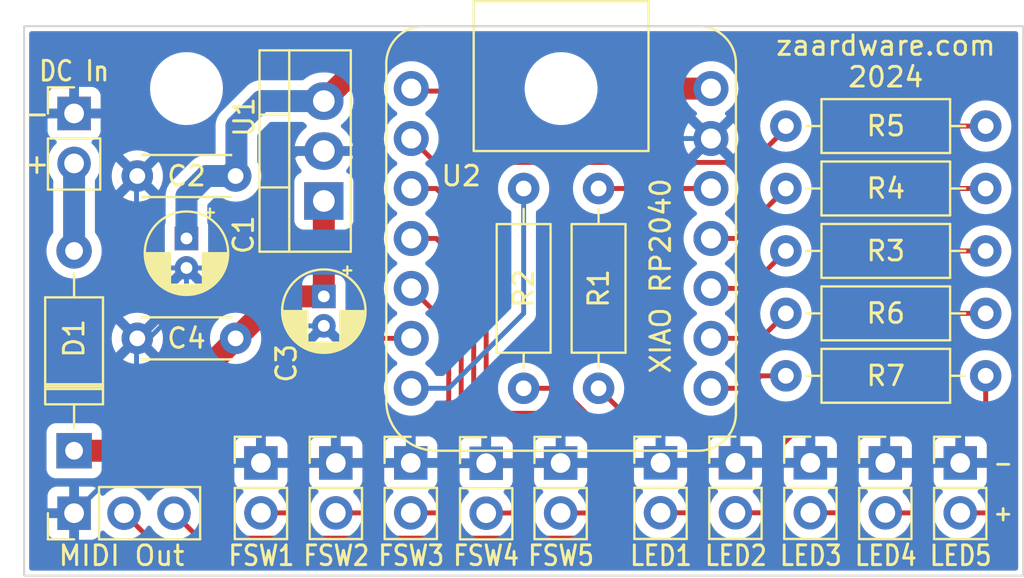
<source format=kicad_pcb>
(kicad_pcb (version 20221018) (generator pcbnew)
  (layers (0 "F.Cu" signal) (31 "B.Cu" signal) (34 "B.Paste" user) (35 "F.Paste" user) (36 "B.SilkS" user "B.Silkscreen") (37 "F.SilkS" user "F.Silkscreen") (38 "B.Mask" user) (39 "F.Mask" user) (44 "Edge.Cuts" user))
  (net 0 "")
  (net 1 "Net-(D1-K)")
  (net 2 "Net-(D1-A)")
  (net 3 "Net-(J2-Pin_2)")
  (net 4 "Net-(J3-Pin_2)")
  (net 5 "Net-(U2-3V3)")
  (net 6 "Net-(U2-TX)")
  (net 7 "Net-(U2-D0)")
  (net 8 "Net-(J4-Pin_2)")
  (net 9 "Net-(J5-Pin_2)")
  (net 10 "Net-(J6-Pin_2)")
  (net 11 "Net-(J7-Pin_2)")
  (net 12 "Net-(J8-Pin_2)")
  (net 13 "Net-(J4-Pin_3)")
  (net 14 "Net-(J9-Pin_2)")
  (net 15 "Net-(J10-Pin_2)")
  (net 16 "Net-(J11-Pin_2)")
  (net 17 "Net-(J12-Pin_2)")
  (net 18 "Net-(U2-D9)")
  (net 19 "Net-(U2-D10)")
  (net 20 "Net-(U2-D8)")
  (net 21 "Net-(U2-RX)")
  (net 22 "/5V")
  (net 23 "/0V")
  (footprint "Connector_PinHeader_2.54mm:PinHeader_1x02_P2.54mm_Vertical" (layer "F.Cu") (at 104.14 80.64)
    (fp_text reference "J1" hide)
    (fp_text value "9V In")
    (pad "1" thru_hole rect (at 0 0) (size 1.7 1.7) (drill 1) (layers "*.Cu" "*.Mask") (net 23 "/0V"))
    (pad "2" thru_hole oval (at 0 2.54) (size 1.7 1.7) (drill 1) (layers "*.Cu" "*.Mask") (net 2 "Net-(D1-A)"))
  )
  (footprint "Connector_PinHeader_2.54mm:PinHeader_1x02_P2.54mm_Vertical" (layer "F.Cu") (at 117.45 98.41)
    (fp_text reference "J2" hide)
    (fp_text value "FSW2")
    (pad "1" thru_hole rect (at 0 0) (size 1.7 1.7) (drill 1) (layers "*.Cu" "*.Mask") (net 23 "/0V"))
    (pad "2" thru_hole oval (at 0 2.54) (size 1.7 1.7) (drill 1) (layers "*.Cu" "*.Mask") (net 3 "Net-(J2-Pin_2)"))
  )
  (footprint "Capacitor_THT:CP_Radial_D4.0mm_P1.50mm" (layer "F.Cu") (at 109.855 86.995 -90)
    (fp_text reference "C1" (at -0.187438 -2.901892 -90) (layer "F.SilkS"))
    (fp_text value "C")
    (pad "1" thru_hole rect (at 0 0 270) (size 1.2 1.2) (drill 0.6) (layers "*.Cu" "*.Mask") (net 22 "/5V"))
    (pad "2" thru_hole circle (at 1.5 0 270) (size 1.2 1.2) (drill 0.6) (layers "*.Cu" "*.Mask") (net 23 "/0V"))
  )
  (footprint "Connector_PinHeader_2.54mm:PinHeader_1x02_P2.54mm_Vertical" (layer "F.Cu") (at 133.96 98.405)
    (fp_text reference "J6" hide)
    (fp_text value "LED1")
    (pad "1" thru_hole rect (at 0 0) (size 1.7 1.7) (drill 1) (layers "*.Cu" "*.Mask") (net 23 "/0V"))
    (pad "2" thru_hole oval (at 0 2.54) (size 1.7 1.7) (drill 1) (layers "*.Cu" "*.Mask") (net 10 "Net-(J6-Pin_2)"))
  )
  (footprint "Capacitor_THT:C_Disc_D4.3mm_W1.9mm_P5.00mm" (layer "F.Cu") (at 112.355 83.82 180)
    (fp_text reference "C2" (at 2.5 0 180) (layer "F.SilkS"))
    (fp_text value "C")
    (pad "1" thru_hole circle (at 0 0 180) (size 1.6 1.6) (drill 0.8) (layers "*.Cu" "*.Mask") (net 22 "/5V"))
    (pad "2" thru_hole circle (at 5 0 180) (size 1.6 1.6) (drill 0.8) (layers "*.Cu" "*.Mask") (net 23 "/0V"))
  )
  (footprint "Connector_PinHeader_2.54mm:PinHeader_1x03_P2.54mm_Vertical" (layer "F.Cu") (at 104.14 100.965 90)
    (fp_text reference "J4" hide)
    (fp_text value "MIDI Out")
    (pad "1" thru_hole rect (at 0 0 90) (size 1.7 1.7) (drill 1) (layers "*.Cu" "*.Mask") (net 23 "/0V"))
    (pad "2" thru_hole oval (at 0 2.54 90) (size 1.7 1.7) (drill 1) (layers "*.Cu" "*.Mask") (net 8 "Net-(J4-Pin_2)"))
    (pad "3" thru_hole oval (at 0 5.08 90) (size 1.7 1.7) (drill 1) (layers "*.Cu" "*.Mask") (net 13 "Net-(J4-Pin_3)"))
  )
  (footprint "MountingHole:MountingHole_3.2mm_M3" (layer "F.Cu") (at 128.905 79.375)
    (fp_text reference "REF**" hide)
    (fp_text value "MountingHole_3.2mm_M3")
    (pad "" np_thru_hole circle (at 0 0) (size 3.2 3.2) (drill 3.2) (layers "*.Cu" "*.Mask"))
  )
  (footprint "Resistor_THT:R_Axial_DIN0207_L6.3mm_D2.5mm_P10.16mm_Horizontal" (layer "F.Cu") (at 150.495 87.63 180)
    (fp_text reference "R3" (at 5.08 0 180) (layer "F.SilkS"))
    (fp_text value "470")
    (pad "1" thru_hole circle (at 0 0 180) (size 1.6 1.6) (drill 0.8) (layers "*.Cu" "*.Mask") (net 12 "Net-(J8-Pin_2)"))
    (pad "2" thru_hole oval (at 10.16 0 180) (size 1.6 1.6) (drill 0.8) (layers "*.Cu" "*.Mask") (net 18 "Net-(U2-D9)"))
  )
  (footprint "Package_TO_SOT_THT:TO-220-3_Vertical" (layer "F.Cu") (at 116.84 85.09 90)
    (fp_text reference "U1" (at 4.266933 -4.047272 90) (layer "F.SilkS"))
    (fp_text value "LM78M05_TO220")
    (pad "1" thru_hole rect (at 0 0 90) (size 1.905 2) (drill 1.1) (layers "*.Cu" "*.Mask") (net 1 "Net-(D1-K)"))
    (pad "2" thru_hole oval (at 2.54 0 90) (size 1.905 2) (drill 1.1) (layers "*.Cu" "*.Mask") (net 23 "/0V"))
    (pad "3" thru_hole oval (at 5.08 0 90) (size 1.905 2) (drill 1.1) (layers "*.Cu" "*.Mask") (net 22 "/5V"))
  )
  (footprint "Connector_PinHeader_2.54mm:PinHeader_1x02_P2.54mm_Vertical" (layer "F.Cu") (at 113.64 98.41)
    (fp_text reference "J5" hide)
    (fp_text value "FSW1")
    (pad "1" thru_hole rect (at 0 0) (size 1.7 1.7) (drill 1) (layers "*.Cu" "*.Mask") (net 23 "/0V"))
    (pad "2" thru_hole oval (at 0 2.54) (size 1.7 1.7) (drill 1) (layers "*.Cu" "*.Mask") (net 9 "Net-(J5-Pin_2)"))
  )
  (footprint "Connector_PinHeader_2.54mm:PinHeader_1x02_P2.54mm_Vertical" (layer "F.Cu") (at 137.77 98.405)
    (fp_text reference "J7" hide)
    (fp_text value "LED2")
    (pad "1" thru_hole rect (at 0 0) (size 1.7 1.7) (drill 1) (layers "*.Cu" "*.Mask") (net 23 "/0V"))
    (pad "2" thru_hole oval (at 0 2.54) (size 1.7 1.7) (drill 1) (layers "*.Cu" "*.Mask") (net 11 "Net-(J7-Pin_2)"))
  )
  (footprint "Diode_THT:D_A-405_P10.16mm_Horizontal" (layer "F.Cu") (at 104.14 97.79 90)
    (fp_text reference "D1" (at 5.715 0 90) (layer "F.SilkS"))
    (fp_text value "D")
    (pad "1" thru_hole rect (at 0 0 90) (size 1.8 1.8) (drill 0.9) (layers "*.Cu" "*.Mask") (net 1 "Net-(D1-K)"))
    (pad "2" thru_hole oval (at 10.16 0 90) (size 1.8 1.8) (drill 0.9) (layers "*.Cu" "*.Mask") (net 2 "Net-(D1-A)"))
  )
  (footprint "Library:XIAO" (layer "F.Cu") (at 121.285 79.375)
    (fp_text reference "U2" (at 2.54 4.445 unlocked) (layer "F.SilkS"))
    (fp_text value "~" hide)
    (fp_text user "XIAO RP2040" (at 13.265 14.575 90 unlocked) (layer "F.SilkS") (effects (font (thickness 0.15) bold) (justify left bottom)))
    (pad "1" thru_hole circle (at 0 0) (size 1.778 1.778) (drill 1.016) (layers "*.Cu" "*.Mask") (net 7 "Net-(U2-D0)"))
    (pad "2" thru_hole circle (at 0 2.54) (size 1.778 1.778) (drill 1.016) (layers "*.Cu" "*.Mask") (net 15 "Net-(J10-Pin_2)"))
    (pad "3" thru_hole circle (at 0 5.08) (size 1.778 1.778) (drill 1.016) (layers "*.Cu" "*.Mask") (net 14 "Net-(J9-Pin_2)"))
    (pad "4" thru_hole circle (at 0 7.62) (size 1.778 1.778) (drill 1.016) (layers "*.Cu" "*.Mask") (net 4 "Net-(J3-Pin_2)"))
    (pad "5" thru_hole circle (at 0 10.16) (size 1.778 1.778) (drill 1.016) (layers "*.Cu" "*.Mask") (net 3 "Net-(J2-Pin_2)"))
    (pad "6" thru_hole circle (at 0 12.7) (size 1.778 1.778) (drill 1.016) (layers "*.Cu" "*.Mask") (net 9 "Net-(J5-Pin_2)"))
    (pad "7" thru_hole circle (at 0 15.24) (size 1.778 1.778) (drill 1.016) (layers "*.Cu" "*.Mask") (net 6 "Net-(U2-TX)"))
    (pad "8" thru_hole circle (at 15.24 15.24) (size 1.778 1.778) (drill 1.016) (layers "*.Cu" "*.Mask") (net 21 "Net-(U2-RX)"))
    (pad "9" thru_hole circle (at 15.24 12.7) (size 1.778 1.778) (drill 1.016) (layers "*.Cu" "*.Mask") (net 20 "Net-(U2-D8)"))
    (pad "10" thru_hole circle (at 15.24 10.16) (size 1.778 1.778) (drill 1.016) (layers "*.Cu" "*.Mask") (net 18 "Net-(U2-D9)"))
    (pad "11" thru_hole circle (at 15.24 7.62) (size 1.778 1.778) (drill 1.016) (layers "*.Cu" "*.Mask") (net 19 "Net-(U2-D10)"))
    (pad "12" thru_hole circle (at 15.24 5.08) (size 1.778 1.778) (drill 1.016) (layers "*.Cu" "*.Mask") (net 5 "Net-(U2-3V3)"))
    (pad "13" thru_hole circle (at 15.24 2.54) (size 1.778 1.778) (drill 1.016) (layers "*.Cu" "*.Mask") (net 23 "/0V"))
    (pad "14" thru_hole circle (at 15.24 0) (size 1.778 1.778) (drill 1.016) (layers "*.Cu" "*.Mask") (net 22 "/5V"))
  )
  (footprint "MountingHole:MountingHole_3.2mm_M3" (layer "F.Cu") (at 109.855 79.375)
    (fp_text reference "REF**" hide)
    (fp_text value "MountingHole_3.2mm_M3")
    (pad "" np_thru_hole circle (at 0 0) (size 3.2 3.2) (drill 3.2) (layers "*.Cu" "*.Mask"))
  )
  (footprint "Resistor_THT:R_Axial_DIN0207_L6.3mm_D2.5mm_P10.16mm_Horizontal" (layer "F.Cu") (at 127 84.455 -90)
    (fp_text reference "R2" (at 5.08 0 -90) (layer "F.SilkS"))
    (fp_text value "10R 0.25W")
    (pad "1" thru_hole circle (at 0 0 270) (size 1.6 1.6) (drill 0.8) (layers "*.Cu" "*.Mask") (net 6 "Net-(U2-TX)"))
    (pad "2" thru_hole oval (at 10.16 0 270) (size 1.6 1.6) (drill 0.8) (layers "*.Cu" "*.Mask") (net 13 "Net-(J4-Pin_3)"))
  )
  (footprint "Capacitor_THT:CP_Radial_D4.0mm_P1.50mm" (layer "F.Cu") (at 116.84 89.94 -90)
    (fp_text reference "C3" (at 3.405 1.905 -90) (layer "F.SilkS"))
    (fp_text value "C")
    (pad "1" thru_hole rect (at 0 0 270) (size 1.2 1.2) (drill 0.6) (layers "*.Cu" "*.Mask") (net 1 "Net-(D1-K)"))
    (pad "2" thru_hole circle (at 1.5 0 270) (size 1.2 1.2) (drill 0.6) (layers "*.Cu" "*.Mask") (net 23 "/0V"))
  )
  (footprint "Connector_PinHeader_2.54mm:PinHeader_1x02_P2.54mm_Vertical" (layer "F.Cu") (at 125.095 98.425)
    (fp_text reference "J9" hide)
    (fp_text value "FSW4")
    (pad "1" thru_hole rect (at 0 0) (size 1.7 1.7) (drill 1) (layers "*.Cu" "*.Mask") (net 23 "/0V"))
    (pad "2" thru_hole oval (at 0 2.54) (size 1.7 1.7) (drill 1) (layers "*.Cu" "*.Mask") (net 14 "Net-(J9-Pin_2)"))
  )
  (footprint "Resistor_THT:R_Axial_DIN0207_L6.3mm_D2.5mm_P10.16mm_Horizontal" (layer "F.Cu") (at 150.495 84.455 180)
    (fp_text reference "R4" (at 5.08 0 180) (layer "F.SilkS"))
    (fp_text value "470")
    (pad "1" thru_hole circle (at 0 0 180) (size 1.6 1.6) (drill 0.8) (layers "*.Cu" "*.Mask") (net 11 "Net-(J7-Pin_2)"))
    (pad "2" thru_hole oval (at 10.16 0 180) (size 1.6 1.6) (drill 0.8) (layers "*.Cu" "*.Mask") (net 19 "Net-(U2-D10)"))
  )
  (footprint "Connector_PinHeader_2.54mm:PinHeader_1x02_P2.54mm_Vertical" (layer "F.Cu") (at 149.2 98.41)
    (fp_text reference "J12" hide)
    (fp_text value "LED5")
    (pad "1" thru_hole rect (at 0 0) (size 1.7 1.7) (drill 1) (layers "*.Cu" "*.Mask") (net 23 "/0V"))
    (pad "2" thru_hole oval (at 0 2.54) (size 1.7 1.7) (drill 1) (layers "*.Cu" "*.Mask") (net 17 "Net-(J12-Pin_2)"))
  )
  (footprint "Resistor_THT:R_Axial_DIN0207_L6.3mm_D2.5mm_P10.16mm_Horizontal" (layer "F.Cu") (at 150.495 93.98 180)
    (fp_text reference "R7" (at 5.08 0 180) (layer "F.SilkS"))
    (fp_text value "470")
    (pad "1" thru_hole circle (at 0 0 180) (size 1.6 1.6) (drill 0.8) (layers "*.Cu" "*.Mask") (net 17 "Net-(J12-Pin_2)"))
    (pad "2" thru_hole oval (at 10.16 0 180) (size 1.6 1.6) (drill 0.8) (layers "*.Cu" "*.Mask") (net 21 "Net-(U2-RX)"))
  )
  (footprint "Resistor_THT:R_Axial_DIN0207_L6.3mm_D2.5mm_P10.16mm_Horizontal" (layer "F.Cu") (at 130.81 84.455 -90)
    (fp_text reference "R1" (at 5.08 0 -90) (layer "F.SilkS"))
    (fp_text value "33R 0.5W")
    (pad "1" thru_hole circle (at 0 0 270) (size 1.6 1.6) (drill 0.8) (layers "*.Cu" "*.Mask") (net 5 "Net-(U2-3V3)"))
    (pad "2" thru_hole oval (at 10.16 0 270) (size 1.6 1.6) (drill 0.8) (layers "*.Cu" "*.Mask") (net 8 "Net-(J4-Pin_2)"))
  )
  (footprint "Connector_PinHeader_2.54mm:PinHeader_1x02_P2.54mm_Vertical" (layer "F.Cu") (at 128.88 98.415)
    (fp_text reference "J10" hide)
    (fp_text value "FSW5")
    (pad "1" thru_hole rect (at 0 0) (size 1.7 1.7) (drill 1) (layers "*.Cu" "*.Mask") (net 23 "/0V"))
    (pad "2" thru_hole oval (at 0 2.54) (size 1.7 1.7) (drill 1) (layers "*.Cu" "*.Mask") (net 15 "Net-(J10-Pin_2)"))
  )
  (footprint "Capacitor_THT:C_Disc_D4.3mm_W1.9mm_P5.00mm" (layer "F.Cu") (at 112.355 92.075 180)
    (fp_text reference "C4" (at 2.5 0 180) (layer "F.SilkS"))
    (fp_text value "C")
    (pad "1" thru_hole circle (at 0 0 180) (size 1.6 1.6) (drill 0.8) (layers "*.Cu" "*.Mask") (net 1 "Net-(D1-K)"))
    (pad "2" thru_hole circle (at 5 0 180) (size 1.6 1.6) (drill 0.8) (layers "*.Cu" "*.Mask") (net 23 "/0V"))
  )
  (footprint "Resistor_THT:R_Axial_DIN0207_L6.3mm_D2.5mm_P10.16mm_Horizontal" (layer "F.Cu") (at 150.495 90.805 180)
    (fp_text reference "R6" (at 5.08 0 180) (layer "F.SilkS"))
    (fp_text value "470")
    (pad "1" thru_hole circle (at 0 0 180) (size 1.6 1.6) (drill 0.8) (layers "*.Cu" "*.Mask") (net 16 "Net-(J11-Pin_2)"))
    (pad "2" thru_hole oval (at 10.16 0 180) (size 1.6 1.6) (drill 0.8) (layers "*.Cu" "*.Mask") (net 20 "Net-(U2-D8)"))
  )
  (footprint "Connector_PinHeader_2.54mm:PinHeader_1x02_P2.54mm_Vertical" (layer "F.Cu") (at 141.58 98.405)
    (fp_text reference "J8" hide)
    (fp_text value "LED3")
    (pad "1" thru_hole rect (at 0 0) (size 1.7 1.7) (drill 1) (layers "*.Cu" "*.Mask") (net 23 "/0V"))
    (pad "2" thru_hole oval (at 0 2.54) (size 1.7 1.7) (drill 1) (layers "*.Cu" "*.Mask") (net 12 "Net-(J8-Pin_2)"))
  )
  (footprint "Resistor_THT:R_Axial_DIN0207_L6.3mm_D2.5mm_P10.16mm_Horizontal" (layer "F.Cu") (at 150.495 81.28 180)
    (fp_text reference "R5" (at 5.08 0 180) (layer "F.SilkS"))
    (fp_text value "470")
    (pad "1" thru_hole circle (at 0 0 180) (size 1.6 1.6) (drill 0.8) (layers "*.Cu" "*.Mask") (net 10 "Net-(J6-Pin_2)"))
    (pad "2" thru_hole oval (at 10.16 0 180) (size 1.6 1.6) (drill 0.8) (layers "*.Cu" "*.Mask") (net 7 "Net-(U2-D0)"))
  )
  (footprint "Connector_PinHeader_2.54mm:PinHeader_1x02_P2.54mm_Vertical" (layer "F.Cu") (at 121.26 98.41)
    (fp_text reference "J3" hide)
    (fp_text value "FSW3")
    (pad "1" thru_hole rect (at 0 0) (size 1.7 1.7) (drill 1) (layers "*.Cu" "*.Mask") (net 23 "/0V"))
    (pad "2" thru_hole oval (at 0 2.54) (size 1.7 1.7) (drill 1) (layers "*.Cu" "*.Mask") (net 4 "Net-(J3-Pin_2)"))
  )
  (footprint "Connector_PinHeader_2.54mm:PinHeader_1x02_P2.54mm_Vertical" (layer "F.Cu") (at 145.39 98.41)
    (fp_text reference "J11" hide)
    (fp_text value "LED4")
    (pad "1" thru_hole rect (at 0 0) (size 1.7 1.7) (drill 1) (layers "*.Cu" "*.Mask") (net 23 "/0V"))
    (pad "2" thru_hole oval (at 0 2.54) (size 1.7 1.7) (drill 1) (layers "*.Cu" "*.Mask") (net 16 "Net-(J11-Pin_2)"))
  )
  (gr_rect (start 101.6 76.2) (end 152.4 104.14) (stroke (width 0.1)) (fill none) (layer "Edge.Cuts"))
  (gr_text "+" (at 102.25 83.188013) (layer "F.SilkS") (effects (font (size 1 1))))
  (gr_text "FSW4" (at 125.095 103.124) (layer "F.SilkS") (effects (font (size 1 0.85) (thickness 0.15) bold)))
  (gr_text "zaardware.com\n2024" (at 145.415 79.375) (layer "F.SilkS") (effects (font (size 1 1)) (justify bottom)))
  (gr_text "-" (at 102.25 80.639404) (layer "F.SilkS") (effects (font (size 1 1))))
  (gr_text "DC In" (at 104.14 78.486) (layer "F.SilkS") (effects (font (size 1 0.85) (thickness 0.15) bold)))
  (gr_text "FSW3" (at 121.285 103.124) (layer "F.SilkS") (effects (font (size 1 0.85) (thickness 0.15) bold)))
  (gr_text "LED2" (at 137.795 103.124) (layer "F.SilkS") (effects (font (size 1 0.85) (thickness 0.15) bold)))
  (gr_text "LED1" (at 133.985 103.124) (layer "F.SilkS") (effects (font (size 1 0.85) (thickness 0.15) bold)))
  (gr_text "LED4" (at 145.415 103.124) (layer "F.SilkS") (effects (font (size 1 0.85) (thickness 0.15) bold)))
  (gr_text "FSW2" (at 117.475 103.124) (layer "F.SilkS") (effects (font (size 1 0.85) (thickness 0.15) bold)))
  (gr_text "+" (at 151.384 100.965) (layer "F.SilkS") (effects (font (size 0.762 0.762) (thickness 0.1397) bold)))
  (gr_text "LED5" (at 149.225 103.124) (layer "F.SilkS") (effects (font (size 1 0.85) (thickness 0.15) bold)))
  (gr_text "-" (at 151.384 98.425) (layer "F.SilkS") (effects (font (size 0.762 0.762) (thickness 0.1397) bold)))
  (gr_text "MIDI Out" (at 106.553 103.124) (layer "F.SilkS") (effects (font (size 1 1) (thickness 0.15) bold)))
  (gr_text "FSW5" (at 128.905 103.124) (layer "F.SilkS") (effects (font (size 1 0.85) (thickness 0.15) bold)))
  (gr_text "LED3" (at 141.605 103.124) (layer "F.SilkS") (effects (font (size 1 0.85) (thickness 0.15) bold)))
  (gr_text "FSW1" (at 113.665 103.124) (layer "F.SilkS") (effects (font (size 1 0.85) (thickness 0.15) bold)))
  (segment (start 116.84 89.94) (end 116.84 85.09) (width 1.1176) (layer "F.Cu") (net 1))
  (segment (start 106.68 97.79) (end 104.14 97.79) (width 1.1176) (layer "F.Cu") (net 1))
  (segment (start 116.84 89.94) (end 114.53 89.94) (width 1.1176) (layer "F.Cu") (net 1))
  (segment (start 114.53 89.94) (end 106.68 97.79) (width 1.1176) (layer "F.Cu") (net 1))
  (segment (start 104.14 83.18) (end 104.14 87.63) (width 1.1176) (layer "B.Cu") (net 2))
  (segment (start 120.015 96.52) (end 121.92 96.52) (width 0.25) (layer "F.Cu") (net 3))
  (segment (start 121.92 96.52) (end 123.19 95.25) (width 0.25) (layer "F.Cu") (net 3))
  (segment (start 117.45 100.95) (end 118.76 100.95) (width 0.25) (layer "F.Cu") (net 3))
  (segment (start 123.19 95.25) (end 123.19 91.44) (width 0.25) (layer "F.Cu") (net 3))
  (segment (start 118.76 100.95) (end 119.38 100.33) (width 0.25) (layer "F.Cu") (net 3))
  (segment (start 119.38 97.155) (end 120.015 96.52) (width 0.25) (layer "F.Cu") (net 3))
  (segment (start 123.19 91.44) (end 121.285 89.535) (width 0.25) (layer "F.Cu") (net 3))
  (segment (start 119.38 100.33) (end 119.38 97.155) (width 0.25) (layer "F.Cu") (net 3))
  (segment (start 123.19 97.155) (end 123.825 96.52) (width 0.25) (layer "F.Cu") (net 4))
  (segment (start 121.26 100.95) (end 122.57 100.95) (width 0.25) (layer "F.Cu") (net 4))
  (segment (start 123.825 88.265) (end 122.555 86.995) (width 0.25) (layer "F.Cu") (net 4))
  (segment (start 123.825 96.52) (end 123.825 88.265) (width 0.25) (layer "F.Cu") (net 4))
  (segment (start 122.555 86.995) (end 121.285 86.995) (width 0.25) (layer "F.Cu") (net 4))
  (segment (start 123.19 100.33) (end 123.19 97.155) (width 0.25) (layer "F.Cu") (net 4))
  (segment (start 122.57 100.95) (end 123.19 100.33) (width 0.25) (layer "F.Cu") (net 4))
  (segment (start 130.81 84.455) (end 136.525 84.455) (width 0.25) (layer "F.Cu") (net 5))
  (segment (start 127 90.805) (end 127 84.455) (width 0.25) (layer "B.Cu") (net 6))
  (segment (start 123.19 94.615) (end 127 90.805) (width 0.25) (layer "B.Cu") (net 6))
  (segment (start 121.285 94.615) (end 123.19 94.615) (width 0.25) (layer "B.Cu") (net 6))
  (segment (start 124.531 83.129) (end 123.444 82.042) (width 0.25) (layer "F.Cu") (net 7))
  (segment (start 140.462 81.28) (end 138.613 83.129) (width 0.25) (layer "F.Cu") (net 7))
  (segment (start 140.335 81.28) (end 140.462 81.28) (width 0.25) (layer "F.Cu") (net 7))
  (segment (start 138.613 83.129) (end 124.531 83.129) (width 0.25) (layer "F.Cu") (net 7))
  (segment (start 123.444 82.042) (end 123.444 80.01) (width 0.25) (layer "F.Cu") (net 7))
  (segment (start 123.444 80.01) (end 122.936 79.502) (width 0.25) (layer "F.Cu") (net 7))
  (segment (start 122.936 79.502) (end 121.158 79.502) (width 0.25) (layer "F.Cu") (net 7))
  (segment (start 108.585 102.87) (end 130.81 102.87) (width 0.25) (layer "F.Cu") (net 8))
  (segment (start 132.08 101.6) (end 132.08 95.885) (width 0.25) (layer "F.Cu") (net 8))
  (segment (start 130.81 102.87) (end 132.08 101.6) (width 0.25) (layer "F.Cu") (net 8))
  (segment (start 132.08 95.885) (end 130.81 94.615) (width 0.25) (layer "F.Cu") (net 8))
  (segment (start 106.68 100.965) (end 108.585 102.87) (width 0.25) (layer "F.Cu") (net 8))
  (segment (start 115.57 95.885) (end 119.38 92.075) (width 0.25) (layer "F.Cu") (net 9))
  (segment (start 115.57 100.33) (end 115.57 95.885) (width 0.25) (layer "F.Cu") (net 9))
  (segment (start 114.95 100.95) (end 115.57 100.33) (width 0.25) (layer "F.Cu") (net 9))
  (segment (start 119.38 92.075) (end 121.285 92.075) (width 0.25) (layer "F.Cu") (net 9))
  (segment (start 113.64 100.95) (end 114.95 100.95) (width 0.25) (layer "F.Cu") (net 9))
  (segment (start 135.275 100.945) (end 135.89 100.33) (width 0.25) (layer "F.Cu") (net 10))
  (segment (start 136.525 96.52) (end 137.16 96.52) (width 0.25) (layer "F.Cu") (net 10))
  (segment (start 137.795 95.885) (end 140.97 95.885) (width 0.25) (layer "F.Cu") (net 10))
  (segment (start 137.16 96.52) (end 137.795 95.885) (width 0.25) (layer "F.Cu") (net 10))
  (segment (start 135.89 100.33) (end 135.89 97.155) (width 0.25) (layer "F.Cu") (net 10))
  (segment (start 142.875 83.185) (end 144.78 81.28) (width 0.25) (layer "F.Cu") (net 10))
  (segment (start 142.875 93.98) (end 142.875 83.185) (width 0.25) (layer "F.Cu") (net 10))
  (segment (start 140.97 95.885) (end 142.875 93.98) (width 0.25) (layer "F.Cu") (net 10))
  (segment (start 135.89 97.155) (end 136.525 96.52) (width 0.25) (layer "F.Cu") (net 10))
  (segment (start 133.96 100.945) (end 135.275 100.945) (width 0.25) (layer "F.Cu") (net 10))
  (segment (start 144.78 81.28) (end 150.495 81.28) (width 0.25) (layer "F.Cu") (net 10))
  (segment (start 144.145 86.36) (end 146.05 84.455) (width 0.25) (layer "F.Cu") (net 11))
  (segment (start 139.7 97.935) (end 141.115 96.52) (width 0.25) (layer "F.Cu") (net 11))
  (segment (start 141.605 96.52) (end 144.145 93.98) (width 0.25) (layer "F.Cu") (net 11))
  (segment (start 144.145 93.98) (end 144.145 86.36) (width 0.25) (layer "F.Cu") (net 11))
  (segment (start 146.05 84.455) (end 150.495 84.455) (width 0.25) (layer "F.Cu") (net 11))
  (segment (start 141.115 96.52) (end 141.605 96.52) (width 0.25) (layer "F.Cu") (net 11))
  (segment (start 139.7 100.33) (end 139.7 97.935) (width 0.25) (layer "F.Cu") (net 11))
  (segment (start 137.77 100.945) (end 139.085 100.945) (width 0.25) (layer "F.Cu") (net 11))
  (segment (start 139.085 100.945) (end 139.7 100.33) (width 0.25) (layer "F.Cu") (net 11))
  (segment (start 145.415 88.9) (end 146.685 87.63) (width 0.25) (layer "F.Cu") (net 12))
  (segment (start 146.685 87.63) (end 150.495 87.63) (width 0.25) (layer "F.Cu") (net 12))
  (segment (start 145.415 94.615) (end 145.415 88.9) (width 0.25) (layer "F.Cu") (net 12))
  (segment (start 143.51 96.52) (end 145.415 94.615) (width 0.25) (layer "F.Cu") (net 12))
  (segment (start 143.51 100.33) (end 143.51 96.52) (width 0.25) (layer "F.Cu") (net 12))
  (segment (start 142.895 100.945) (end 143.51 100.33) (width 0.25) (layer "F.Cu") (net 12))
  (segment (start 141.58 100.945) (end 142.895 100.945) (width 0.25) (layer "F.Cu") (net 12))
  (segment (start 131.445 100.965) (end 130.175 102.235) (width 0.25) (layer "F.Cu") (net 13))
  (segment (start 128.905 94.615) (end 131.445 97.155) (width 0.25) (layer "F.Cu") (net 13))
  (segment (start 131.445 97.155) (end 131.445 100.965) (width 0.25) (layer "F.Cu") (net 13))
  (segment (start 110.49 102.235) (end 109.22 100.965) (width 0.25) (layer "F.Cu") (net 13))
  (segment (start 130.175 102.235) (end 110.49 102.235) (width 0.25) (layer "F.Cu") (net 13))
  (segment (start 127 94.615) (end 128.905 94.615) (width 0.25) (layer "F.Cu") (net 13))
  (segment (start 124.46 95.885) (end 125.095 96.52) (width 0.25) (layer "F.Cu") (net 14))
  (segment (start 127 100.33) (end 126.375 100.955) (width 0.25) (layer "F.Cu") (net 14))
  (segment (start 126.375 100.955) (end 125.07 100.955) (width 0.25) (layer "F.Cu") (net 14))
  (segment (start 122.555 84.455) (end 124.46 86.36) (width 0.25) (layer "F.Cu") (net 14))
  (segment (start 121.285 84.455) (end 122.555 84.455) (width 0.25) (layer "F.Cu") (net 14))
  (segment (start 125.73 96.52) (end 127 97.79) (width 0.25) (layer "F.Cu") (net 14))
  (segment (start 127 97.79) (end 127 100.33) (width 0.25) (layer "F.Cu") (net 14))
  (segment (start 125.095 96.52) (end 125.73 96.52) (width 0.25) (layer "F.Cu") (net 14))
  (segment (start 124.46 86.36) (end 124.46 95.885) (width 0.25) (layer "F.Cu") (net 14))
  (segment (start 130.185 100.955) (end 130.81 100.33) (width 0.25) (layer "F.Cu") (net 15))
  (segment (start 125.095 85.725) (end 121.285 81.915) (width 0.25) (layer "F.Cu") (net 15))
  (segment (start 130.81 97.79) (end 128.905 95.885) (width 0.25) (layer "F.Cu") (net 15))
  (segment (start 125.73 95.885) (end 125.095 95.25) (width 0.25) (layer "F.Cu") (net 15))
  (segment (start 128.88 100.955) (end 130.185 100.955) (width 0.25) (layer "F.Cu") (net 15))
  (segment (start 128.905 95.885) (end 125.73 95.885) (width 0.25) (layer "F.Cu") (net 15))
  (segment (start 125.095 95.25) (end 125.095 85.725) (width 0.25) (layer "F.Cu") (net 15))
  (segment (start 130.81 100.33) (end 130.81 97.79) (width 0.25) (layer "F.Cu") (net 15))
  (segment (start 147.32 92.075) (end 148.59 90.805) (width 0.25) (layer "F.Cu") (net 16))
  (segment (start 147.32 100.33) (end 147.32 92.075) (width 0.25) (layer "F.Cu") (net 16))
  (segment (start 145.39 100.95) (end 146.7 100.95) (width 0.25) (layer "F.Cu") (net 16))
  (segment (start 146.7 100.95) (end 147.32 100.33) (width 0.25) (layer "F.Cu") (net 16))
  (segment (start 148.59 90.805) (end 150.495 90.805) (width 0.25) (layer "F.Cu") (net 16))
  (segment (start 149.2 100.95) (end 150.51 100.95) (width 0.25) (layer "F.Cu") (net 17))
  (segment (start 150.495 96.52) (end 150.495 93.98) (width 0.25) (layer "F.Cu") (net 17))
  (segment (start 151.13 97.155) (end 150.495 96.52) (width 0.25) (layer "F.Cu") (net 17))
  (segment (start 151.13 100.33) (end 151.13 97.155) (width 0.25) (layer "F.Cu") (net 17))
  (segment (start 150.51 100.95) (end 151.13 100.33) (width 0.25) (layer "F.Cu") (net 17))
  (segment (start 136.525 89.535) (end 138.43 89.535) (width 0.25) (layer "F.Cu") (net 18))
  (segment (start 138.43 89.535) (end 140.335 87.63) (width 0.25) (layer "F.Cu") (net 18))
  (segment (start 136.525 86.995) (end 137.795 86.995) (width 0.25) (layer "F.Cu") (net 19))
  (segment (start 137.795 86.995) (end 140.335 84.455) (width 0.25) (layer "F.Cu") (net 19))
  (segment (start 139.065 92.075) (end 140.335 90.805) (width 0.25) (layer "F.Cu") (net 20))
  (segment (start 136.525 92.075) (end 139.065 92.075) (width 0.25) (layer "F.Cu") (net 20))
  (segment (start 138.43 94.615) (end 139.065 93.98) (width 0.25) (layer "F.Cu") (net 21))
  (segment (start 136.525 94.615) (end 138.43 94.615) (width 0.25) (layer "F.Cu") (net 21))
  (segment (start 139.065 93.98) (end 140.335 93.98) (width 0.25) (layer "F.Cu") (net 21))
  (segment (start 131.826 82.042) (end 126.492 82.042) (width 1.1176) (layer "F.Cu") (net 22))
  (segment (start 126.492 82.042) (end 124.968 80.518) (width 1.1176) (layer "F.Cu") (net 22))
  (segment (start 124.968 80.518) (end 124.968 78.994) (width 1.1176) (layer "F.Cu") (net 22))
  (segment (start 123.19 77.216) (end 119.634 77.216) (width 1.1176) (layer "F.Cu") (net 22))
  (segment (start 124.968 78.994) (end 123.19 77.216) (width 1.1176) (layer "F.Cu") (net 22))
  (segment (start 136.525 79.375) (end 134.493 79.375) (width 1.1176) (layer "F.Cu") (net 22))
  (segment (start 119.634 77.216) (end 116.84 80.01) (width 1.1176) (layer "F.Cu") (net 22))
  (segment (start 134.493 79.375) (end 131.826 82.042) (width 1.1176) (layer "F.Cu") (net 22))
  (segment (start 112.355 83.82) (end 110.871 83.82) (width 1.1176) (layer "B.Cu") (net 22))
  (segment (start 109.855 84.836) (end 110.871 83.82) (width 1.1176) (layer "B.Cu") (net 22))
  (segment (start 112.395 81.28) (end 112.395 83.82) (width 1.1176) (layer "B.Cu") (net 22))
  (segment (start 109.855 86.995) (end 109.855 84.836) (width 1.1176) (layer "B.Cu") (net 22))
  (segment (start 113.665 80.01) (end 112.395 81.28) (width 1.1176) (layer "B.Cu") (net 22))
  (segment (start 116.84 80.01) (end 113.665 80.01) (width 1.1176) (layer "B.Cu") (net 22))
  (segment (start 145.415 98.425) (end 149.225 98.425) (width 0.25) (layer "B.Cu") (net 23))
  (segment (start 106.045 81.28) (end 105.41 80.645) (width 0.25) (layer "B.Cu") (net 23))
  (segment (start 109.855 90.17) (end 107.95 92.075) (width 0.25) (layer "B.Cu") (net 23))
  (segment (start 109.855 88.495) (end 109.855 90.17) (width 0.25) (layer "B.Cu") (net 23))
  (segment (start 125.095 98.425) (end 128.905 98.425) (width 0.25) (layer "B.Cu") (net 23))
  (segment (start 133.985 98.425) (end 137.795 98.425) (width 0.25) (layer "B.Cu") (net 23))
  (segment (start 109.855 88.495) (end 112.625 88.495) (width 0.25) (layer "B.Cu") (net 23))
  (segment (start 128.905 98.425) (end 133.985 98.425) (width 0.25) (layer "B.Cu") (net 23))
  (segment (start 134.62 81.915) (end 133.985 82.55) (width 0.25) (layer "B.Cu") (net 23))
  (segment (start 106.045 82.55) (end 106.045 81.28) (width 0.25) (layer "B.Cu") (net 23))
  (segment (start 114.3 86.82) (end 112.625 88.495) (width 0.25) (layer "B.Cu") (net 23))
  (segment (start 117.475 98.425) (end 125.095 98.425) (width 0.25) (layer "B.Cu") (net 23))
  (segment (start 133.985 82.55) (end 133.985 98.425) (width 0.25) (layer "B.Cu") (net 23))
  (segment (start 107.315 97.79) (end 107.315 92.075) (width 0.25) (layer "B.Cu") (net 23))
  (segment (start 105.41 80.645) (end 104.14 80.645) (width 0.25) (layer "B.Cu") (net 23))
  (segment (start 113.64 98.41) (end 107.935 98.41) (width 0.25) (layer "B.Cu") (net 23))
  (segment (start 107.315 83.82) (end 106.045 82.55) (width 0.25) (layer "B.Cu") (net 23))
  (segment (start 108.18 88.495) (end 109.855 88.495) (width 0.25) (layer "B.Cu") (net 23))
  (segment (start 107.315 87.63) (end 107.315 83.82) (width 0.25) (layer "B.Cu") (net 23))
  (segment (start 141.605 98.425) (end 145.415 98.425) (width 0.25) (layer "B.Cu") (net 23))
  (segment (start 113.64 98.41) (end 117.46 98.41) (width 0.25) (layer "B.Cu") (net 23))
  (segment (start 116.84 82.55) (end 115.57 82.55) (width 0.25) (layer "B.Cu") (net 23))
  (segment (start 112.625 88.495) (end 115.57 91.44) (width 0.25) (layer "B.Cu") (net 23))
  (segment (start 107.935 98.41) (end 107.315 97.79) (width 0.25) (layer "B.Cu") (net 23))
  (segment (start 117.46 98.41) (end 117.475 98.425) (width 0.25) (layer "B.Cu") (net 23))
  (segment (start 116.84 91.44) (end 115.57 91.44) (width 0.25) (layer "B.Cu") (net 23))
  (segment (start 137.795 98.425) (end 141.605 98.425) (width 0.25) (layer "B.Cu") (net 23))
  (segment (start 114.3 83.82) (end 114.3 86.82) (width 0.25) (layer "B.Cu") (net 23))
  (segment (start 115.57 82.55) (end 114.3 83.82) (width 0.25) (layer "B.Cu") (net 23))
  (segment (start 104.14 100.965) (end 107.315 97.79) (width 0.25) (layer "B.Cu") (net 23))
  (segment (start 107.315 87.63) (end 108.18 88.495) (width 0.25) (layer "B.Cu") (net 23))
  (segment (start 136.525 81.915) (end 134.62 81.915) (width 0.25) (layer "B.Cu") (net 23))
  (zone (net 23) (net_name "/0V") (layer "B.Cu") (connect_pads (clearance 0.5)) (min_thickness 0.25) (fill yes (thermal_gap 0.5) (thermal_bridge_width 0.5))
    (polygon (pts (xy 101.854 76.454) (xy 152.146 76.454) (xy 152.146 103.886) (xy 101.854 103.886)))
  )
)
</source>
